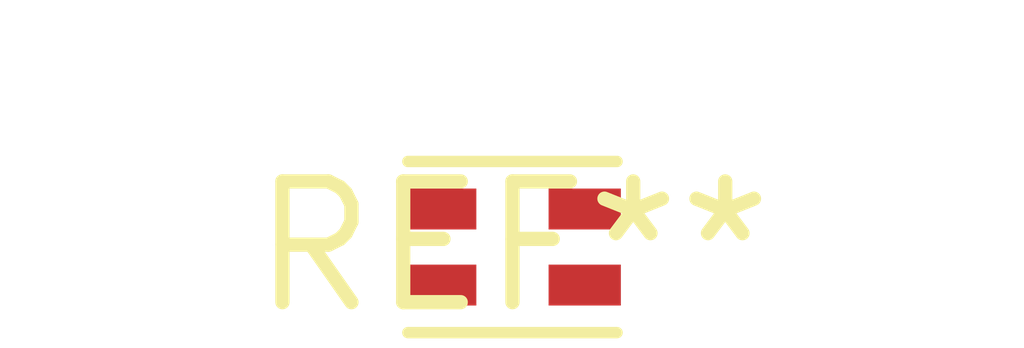
<source format=kicad_pcb>
(kicad_pcb (version 20240108) (generator pcbnew)
  (layers (0 "F.Cu" signal) (31 "B.Cu" signal) (34 "B.Paste" user) (35 "F.Paste" user) (36 "B.SilkS" user "B.Silkscreen") (37 "F.SilkS" user "F.Silkscreen") (38 "B.Mask" user) (39 "F.Mask" user) (44 "Edge.Cuts" user))
  (net 0 "")
  (footprint "R_Cat16-2" (layer "F.Cu") (at 0 0)
    (property "Reference" "REF**")
    (property "Value" "R_Cat16-2")
    (fp_line (start 1.1 -0.9) (end -1.1 -0.9) (layer "F.SilkS") (stroke (width 0.12)))
    (fp_line (start 1.1 0.9) (end -1.1 0.9) (layer "F.SilkS") (stroke (width 0.12)))
    (pad "1" smd rect (at -0.76 -0.4 180) (size 0.76 0.43) (layers "F.Cu" "F.Paste" "F.Mask"))
    (pad "2" smd rect (at -0.76 0.4 180) (size 0.76 0.43) (layers "F.Cu" "F.Paste" "F.Mask"))
    (pad "3" smd rect (at 0.76 0.4 180) (size 0.76 0.43) (layers "F.Cu" "F.Paste" "F.Mask"))
    (pad "4" smd rect (at 0.76 -0.4 180) (size 0.76 0.43) (layers "F.Cu" "F.Paste" "F.Mask"))
  )
)
</source>
